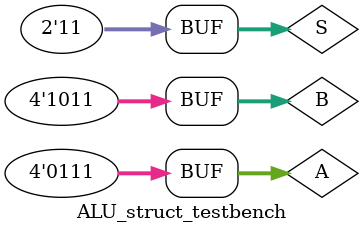
<source format=v>
`timescale 1ns / 1ps


module ALU_struct_testbench;

	// Inputs
	reg [3:0] A;
	reg [3:0] B;
	reg [1:0] S;

	// Outputs
	wire [3:0] Y;

	// Instantiate the Unit Under Test (UUT)
	ALU_struct uut (
		.A(A), 
		.B(B), 
		.S(S), 
		.Y(Y)
	);

	initial begin
		// Initialize Inputs
		A = 0;
		B = 0;
		S = 0;

		// Wait 100 ns for global reset to finish
		#100;
        
		// S = 00: Invert
		A = 3;
		#100;
		
		A = 12;
		#100;
		
		// S = 01: Add
		S = 1;
		A = 5;
		B = 8;
		#100;
		
		A = 9;
		B = 3;
		#100;
		
		// S = 10: Subtract
		S = 2;
		A = 6;
		B = 2;
		#100;
		
		A = 10;
		B = 11;
		#100;
		
		// S = 11: Double
		S = 3;
		A = 4;
		#100;
		
		A = 7;
		#100;

	end
      
endmodule


</source>
